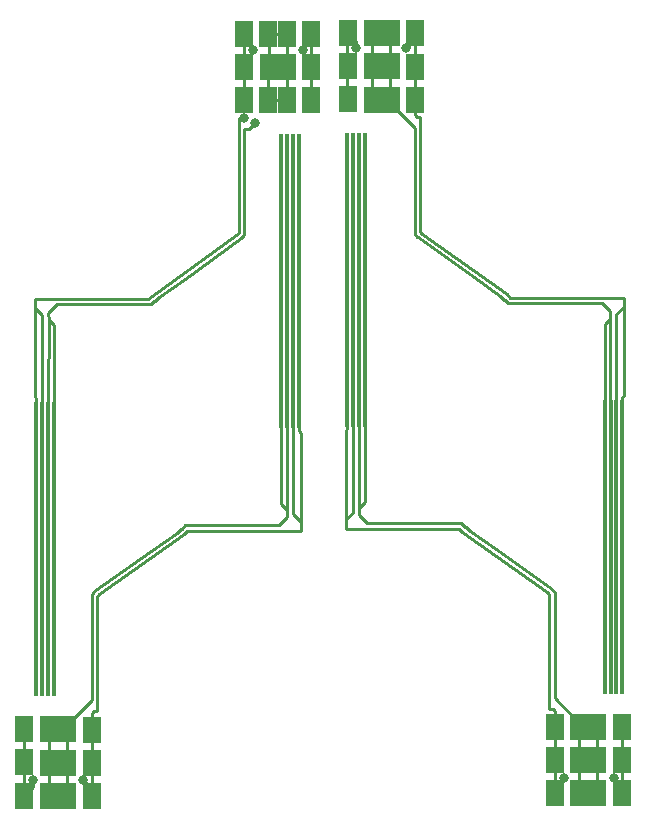
<source format=gbr>
G04 #@! TF.GenerationSoftware,KiCad,Pcbnew,(5.1.5)-3*
G04 #@! TF.CreationDate,2021-03-18T13:29:50-04:00*
G04 #@! TF.ProjectId,LED_Harness_3x2_RED+BLUE,4c45445f-4861-4726-9e65-73735f337832,rev?*
G04 #@! TF.SameCoordinates,Original*
G04 #@! TF.FileFunction,Copper,L1,Top*
G04 #@! TF.FilePolarity,Positive*
%FSLAX46Y46*%
G04 Gerber Fmt 4.6, Leading zero omitted, Abs format (unit mm)*
G04 Created by KiCad (PCBNEW (5.1.5)-3) date 2021-03-18 13:29:50*
%MOMM*%
%LPD*%
G04 APERTURE LIST*
%ADD10R,1.500000X2.250000*%
%ADD11R,0.300000X25.000000*%
%ADD12C,0.800000*%
%ADD13C,0.250000*%
G04 APERTURE END LIST*
D10*
X163014660Y-123705620D03*
X160916620Y-123690380D03*
X157294580Y-120869710D03*
X159392620Y-120884950D03*
X159387540Y-118074440D03*
X157289500Y-118059200D03*
X159387540Y-123692920D03*
X157289500Y-123677680D03*
X160919160Y-120883680D03*
X163017200Y-120898920D03*
X163012120Y-118087140D03*
X160914080Y-118071900D03*
D11*
X141237400Y-80247200D03*
X140737400Y-80247200D03*
X140237400Y-80247200D03*
X139737400Y-80247200D03*
X163030600Y-102878600D03*
X162530600Y-102878600D03*
X162030600Y-102878600D03*
X161530600Y-102878600D03*
D10*
X143413480Y-59347100D03*
X145511520Y-59362340D03*
X141892020Y-62160150D03*
X139793980Y-62144910D03*
X139788900Y-64952880D03*
X141886940Y-64968120D03*
X139788900Y-59334400D03*
X141886940Y-59349640D03*
X145516600Y-62174120D03*
X143418560Y-62158880D03*
X143416020Y-64965580D03*
X145514060Y-64980820D03*
X114498120Y-123913900D03*
X112400080Y-123898660D03*
X116019580Y-121100850D03*
X118117620Y-121116090D03*
X118122700Y-118308120D03*
X116024660Y-118292880D03*
X118122700Y-123926600D03*
X116024660Y-123911360D03*
D11*
X134170800Y-80289400D03*
X134670800Y-80289400D03*
X135170800Y-80289400D03*
X135670800Y-80289400D03*
D10*
X112395000Y-121086880D03*
X114493040Y-121102120D03*
X114495580Y-118295420D03*
X112397540Y-118280180D03*
D11*
X113427000Y-103022400D03*
X113927000Y-103022400D03*
X114427000Y-103022400D03*
X114927000Y-103022400D03*
D10*
X133073140Y-65018920D03*
X130975100Y-65003680D03*
X130980180Y-62195710D03*
X133078220Y-62210950D03*
X133073140Y-59400440D03*
X130975100Y-59385200D03*
X136700260Y-65031620D03*
X134602220Y-65016380D03*
X134604760Y-62209680D03*
X136702800Y-62224920D03*
X136697720Y-59413140D03*
X134599680Y-59397900D03*
D12*
X158072050Y-122408002D03*
X162306000Y-122402600D03*
X131953000Y-66929000D03*
X133078220Y-62210950D03*
X140462000Y-60629800D03*
X144695950Y-60624398D03*
X131757650Y-60725998D03*
X135991600Y-60731400D03*
X117340150Y-122585802D03*
X113106200Y-122580400D03*
X131024521Y-66557609D03*
X130980180Y-62195710D03*
D13*
X139741400Y-92861600D02*
X139623800Y-92979200D01*
X139623800Y-101269800D02*
X139609608Y-101283992D01*
X139663392Y-101283992D02*
X139674085Y-101294685D01*
X157082856Y-106459179D02*
X157075790Y-106417192D01*
X141853920Y-59296300D02*
X143377920Y-59296300D01*
X143377920Y-59296300D02*
X143380460Y-59298840D01*
X143374110Y-62108080D02*
X143375380Y-62109350D01*
X141848840Y-64912240D02*
X141851380Y-64914780D01*
X143380460Y-64917320D02*
X143380460Y-62114430D01*
X141848840Y-62108080D02*
X141848840Y-62696806D01*
X141848840Y-62108080D02*
X143374110Y-62108080D01*
X143375380Y-62109350D02*
X143375380Y-59303920D01*
X141848840Y-62108080D02*
X141848840Y-64912240D01*
X141851380Y-64914780D02*
X143377920Y-64914780D01*
X141853920Y-59296300D02*
X141853920Y-62103000D01*
X143380460Y-62114430D02*
X143375380Y-62109350D01*
X143377920Y-64914780D02*
X143380460Y-64917320D01*
X143375380Y-59303920D02*
X143380460Y-59298840D01*
X141853920Y-62103000D02*
X141848840Y-62108080D01*
X161526600Y-102920800D02*
X161526600Y-83989800D01*
X145685144Y-76573221D02*
X145692210Y-76615208D01*
X152997366Y-81915000D02*
X153090602Y-81915000D01*
X143380460Y-64917320D02*
X143380460Y-65292320D01*
X162026600Y-90170800D02*
X162026600Y-102920800D01*
X145468381Y-76356458D02*
X145685144Y-76573221D01*
X162001200Y-83515200D02*
X162026600Y-90170800D01*
X143380460Y-65292320D02*
X145468380Y-67380240D01*
X153363327Y-82187725D02*
X161319725Y-82187725D01*
X153090602Y-81915000D02*
X153363327Y-82187725D01*
X152653186Y-81570820D02*
X152997366Y-81915000D01*
X145692210Y-76615208D02*
X150471481Y-80017635D01*
X161526600Y-83989800D02*
X162001200Y-83515200D01*
X150471481Y-80017635D02*
X152653186Y-81570820D01*
X162026600Y-82894600D02*
X162001200Y-83515200D01*
X145468380Y-67380240D02*
X145468381Y-76356458D01*
X161319725Y-82187725D02*
X162026600Y-82894600D01*
X162306000Y-122402600D02*
X162306000Y-123014740D01*
X162306000Y-123014740D02*
X163012120Y-123720860D01*
X149499555Y-101575967D02*
X156662954Y-106675687D01*
X139674085Y-101294685D02*
X149218273Y-101294685D01*
X139741400Y-80111600D02*
X139741400Y-92861600D01*
X157294580Y-120938290D02*
X157294580Y-123743720D01*
X156849610Y-116586000D02*
X157120180Y-116586000D01*
X162300598Y-122408002D02*
X162306000Y-122402600D01*
X157289500Y-118130320D02*
X157289500Y-120933210D01*
X139609608Y-101283992D02*
X139663392Y-101283992D01*
X163012120Y-120914160D02*
X163017200Y-120909080D01*
X157289500Y-120933210D02*
X157294580Y-120938290D01*
X149218273Y-101294685D02*
X149499555Y-101575967D01*
X157289500Y-123190552D02*
X158072050Y-122408002D01*
X157294580Y-123743720D02*
X157289500Y-123748800D01*
X163012120Y-123720860D02*
X163012120Y-123327484D01*
X157289500Y-116755320D02*
X157289500Y-118130320D01*
X156849610Y-106862343D02*
X156849610Y-116586000D01*
X139623800Y-92979200D02*
X139623800Y-101269800D01*
X140241400Y-80111600D02*
X140241400Y-99901408D01*
X163014660Y-118102380D02*
X163014660Y-120906540D01*
X163014660Y-120906540D02*
X163017200Y-120909080D01*
X163012120Y-123720860D02*
X163012120Y-120914160D01*
X157289500Y-123748800D02*
X157289500Y-123190552D01*
X157120180Y-116586000D02*
X157289500Y-116755320D01*
X140241400Y-99901408D02*
X139609608Y-100533200D01*
X156662954Y-106675687D02*
X156849610Y-106862343D01*
X133075680Y-59397900D02*
X133073140Y-59400440D01*
X134599680Y-59397900D02*
X133075680Y-59397900D01*
X133079490Y-62209680D02*
X133078220Y-62210950D01*
X134604760Y-62209680D02*
X133079490Y-62209680D01*
X133075680Y-65016380D02*
X133073140Y-65018920D01*
X134602220Y-65016380D02*
X133075680Y-65016380D01*
X133073140Y-62216030D02*
X133078220Y-62210950D01*
X133073140Y-65018920D02*
X133073140Y-62216030D01*
X133078220Y-59405520D02*
X133073140Y-59400440D01*
X133078220Y-62210950D02*
X133078220Y-59405520D01*
X134599680Y-62204600D02*
X134604760Y-62209680D01*
X134599680Y-59397900D02*
X134599680Y-62204600D01*
X134604760Y-65013840D02*
X134602220Y-65016380D01*
X134604760Y-62209680D02*
X134604760Y-65013840D01*
X134604760Y-62209680D02*
X134604760Y-62798406D01*
X114427000Y-90272400D02*
X114427000Y-103022400D01*
X115133875Y-82289325D02*
X114427000Y-82996200D01*
X130768456Y-76674821D02*
X130761390Y-76716808D01*
X130985219Y-76458058D02*
X130768456Y-76674821D01*
X130761390Y-76716808D02*
X125982119Y-80119235D01*
X130985220Y-67481840D02*
X130985219Y-76458058D01*
X123456234Y-82016600D02*
X123362998Y-82016600D01*
X125982119Y-80119235D02*
X123800414Y-81672420D01*
X123800414Y-81672420D02*
X123456234Y-82016600D01*
X123090273Y-82289325D02*
X115133875Y-82289325D01*
X133073140Y-65018920D02*
X133073140Y-65393920D01*
X123362998Y-82016600D02*
X123090273Y-82289325D01*
X114927000Y-84091400D02*
X114452400Y-83616800D01*
X114927000Y-103022400D02*
X114927000Y-84091400D01*
X114427000Y-82996200D02*
X114452400Y-83616800D01*
X114452400Y-83616800D02*
X114427000Y-90272400D01*
X114493040Y-118297960D02*
X114495580Y-118295420D01*
X114498120Y-121107200D02*
X114493040Y-121102120D01*
X134170800Y-99220400D02*
X134645400Y-99695000D01*
X118336410Y-106594992D02*
X123115681Y-103192565D01*
X114498120Y-123913900D02*
X116022120Y-123913900D01*
X116024660Y-121095770D02*
X116019580Y-121100850D01*
X116019580Y-123906280D02*
X116024660Y-123911360D01*
X114493040Y-121102120D02*
X114493040Y-120513394D01*
X114493040Y-121102120D02*
X116018310Y-121102120D01*
X116024660Y-118292880D02*
X116024660Y-121095770D01*
X116022120Y-118295420D02*
X116024660Y-118292880D01*
X134670800Y-93039400D02*
X134670800Y-80289400D01*
X118112580Y-115829960D02*
X118112581Y-106853742D01*
X118112581Y-106853742D02*
X118329344Y-106636979D01*
X116022120Y-123913900D02*
X116024660Y-123911360D01*
X123115681Y-103192565D02*
X125297386Y-101639380D01*
X114493040Y-121102120D02*
X114493040Y-118297960D01*
X116018310Y-121102120D02*
X116019580Y-121100850D01*
X114498120Y-123913900D02*
X114498120Y-121107200D01*
X125297386Y-101639380D02*
X125641566Y-101295200D01*
X116019580Y-121100850D02*
X116019580Y-123906280D01*
X133963925Y-101022475D02*
X134670800Y-100315600D01*
X126007527Y-101022475D02*
X133963925Y-101022475D01*
X118329344Y-106636979D02*
X118336410Y-106594992D01*
X125734802Y-101295200D02*
X126007527Y-101022475D01*
X134170800Y-80289400D02*
X134170800Y-99220400D01*
X134670800Y-100315600D02*
X134645400Y-99695000D01*
X116024660Y-117917880D02*
X118112580Y-115829960D01*
X114495580Y-118295420D02*
X116022120Y-118295420D01*
X134645400Y-99695000D02*
X134670800Y-93039400D01*
X125641566Y-101295200D02*
X125734802Y-101295200D01*
X116024660Y-118292880D02*
X116024660Y-117917880D01*
X130985220Y-67481840D02*
X131400160Y-67481840D01*
X131400160Y-67481840D02*
X131953000Y-66929000D01*
X145473420Y-62094110D02*
X145473420Y-59288680D01*
X139753340Y-64930020D02*
X139753340Y-62125860D01*
X139755880Y-59311540D02*
X139755880Y-59704916D01*
X145478500Y-64902080D02*
X145478500Y-62099190D01*
X139755880Y-62118240D02*
X139750800Y-62123320D01*
X139753340Y-62125860D02*
X139750800Y-62123320D01*
X145473420Y-59288680D02*
X145478500Y-59283600D01*
X139755880Y-59311540D02*
X139755880Y-62118240D01*
X145478500Y-62099190D02*
X145473420Y-62094110D01*
X145478500Y-59283600D02*
X145478500Y-59841848D01*
X145918390Y-66446400D02*
X145647820Y-66446400D01*
X163144200Y-90053200D02*
X163144200Y-81762600D01*
X163026600Y-90170800D02*
X163144200Y-90053200D01*
X163158392Y-81748408D02*
X163104608Y-81748408D01*
X145478500Y-66277080D02*
X145478500Y-64902080D01*
X145647820Y-66446400D02*
X145478500Y-66277080D01*
X163144200Y-81762600D02*
X163158392Y-81748408D01*
X153549727Y-81737715D02*
X153268445Y-81456433D01*
X140467402Y-60624398D02*
X140462000Y-60629800D01*
X145478500Y-59841848D02*
X144695950Y-60624398D01*
X140462000Y-60629800D02*
X140462000Y-60017660D01*
X140462000Y-60017660D02*
X139755880Y-59311540D01*
X145918390Y-76170057D02*
X145918390Y-66446400D01*
X153268445Y-81456433D02*
X146105046Y-76356713D01*
X163104608Y-81748408D02*
X163093915Y-81737715D01*
X162526600Y-102920800D02*
X162526600Y-83130992D01*
X163093915Y-81737715D02*
X153549727Y-81737715D01*
X163026600Y-102920800D02*
X163026600Y-90170800D01*
X162526600Y-83130992D02*
X163158392Y-82499200D01*
X146105046Y-76356713D02*
X145918390Y-76170057D01*
X159390080Y-123736100D02*
X159387540Y-123733560D01*
X159393890Y-120924320D02*
X159392620Y-120923050D01*
X160914080Y-123736100D02*
X159390080Y-123736100D01*
X140741400Y-92861600D02*
X140741400Y-80111600D01*
X141241400Y-99042600D02*
X140766800Y-99517200D01*
X157299620Y-115652160D02*
X157299619Y-106675942D01*
X149677398Y-101117400D02*
X149404673Y-100844675D01*
X160919160Y-120924320D02*
X159393890Y-120924320D01*
X159387540Y-120917970D02*
X159392620Y-120923050D01*
X159392620Y-123728480D02*
X159387540Y-123733560D01*
X149770634Y-101117400D02*
X149677398Y-101117400D01*
X159387540Y-118115080D02*
X159387540Y-117740080D01*
X140766800Y-99517200D02*
X140741400Y-92861600D01*
X160919160Y-118120160D02*
X160916620Y-118117620D01*
X149404673Y-100844675D02*
X141448275Y-100844675D01*
X160919160Y-120924320D02*
X160919160Y-118120160D01*
X152296519Y-103014765D02*
X150114814Y-101461580D01*
X159387540Y-118115080D02*
X159387540Y-120917970D01*
X160916620Y-118117620D02*
X159390080Y-118117620D01*
X157299619Y-106675942D02*
X157082856Y-106459179D01*
X141448275Y-100844675D02*
X140741400Y-100137800D01*
X160914080Y-120929400D02*
X160919160Y-120924320D01*
X159390080Y-118117620D02*
X159387540Y-118115080D01*
X141241400Y-80111600D02*
X141241400Y-99042600D01*
X159392620Y-120923050D02*
X159392620Y-123728480D01*
X160919160Y-120924320D02*
X160919160Y-120335594D01*
X157075790Y-106417192D02*
X152296519Y-103014765D01*
X140741400Y-100137800D02*
X140766800Y-99517200D01*
X160914080Y-123736100D02*
X160914080Y-120929400D01*
X159387540Y-117740080D02*
X157299620Y-115652160D01*
X150114814Y-101461580D02*
X149770634Y-101117400D01*
X130975100Y-62200790D02*
X130980180Y-62195710D01*
X130975100Y-65003680D02*
X130975100Y-62200790D01*
X130980180Y-59390280D02*
X130975100Y-59385200D01*
X130980180Y-62195710D02*
X130980180Y-59390280D01*
X136700260Y-62227460D02*
X136702800Y-62224920D01*
X136700260Y-65031620D02*
X136700260Y-62227460D01*
X136697720Y-62219840D02*
X136702800Y-62224920D01*
X136697720Y-59413140D02*
X136697720Y-62219840D01*
X136697720Y-59413140D02*
X136697720Y-59806516D01*
X130975100Y-59385200D02*
X130975100Y-59943448D01*
X130975100Y-59943448D02*
X131757650Y-60725998D01*
X135991600Y-60119260D02*
X136697720Y-59413140D01*
X135991600Y-60731400D02*
X135991600Y-60119260D01*
X113309400Y-90154800D02*
X113309400Y-81864200D01*
X113295208Y-81850008D02*
X113348992Y-81850008D01*
X113427000Y-90272400D02*
X113309400Y-90154800D01*
X113309400Y-81864200D02*
X113295208Y-81850008D01*
X122903873Y-81839315D02*
X123185155Y-81558033D01*
X113427000Y-103022400D02*
X113427000Y-90272400D01*
X113348992Y-81850008D02*
X113359685Y-81839315D01*
X130348554Y-76458313D02*
X130535210Y-76271657D01*
X113359685Y-81839315D02*
X122903873Y-81839315D01*
X123185155Y-81558033D02*
X130348554Y-76458313D01*
X130535210Y-76271657D02*
X130535210Y-66548000D01*
X113927000Y-83232592D02*
X113295208Y-82600800D01*
X113927000Y-103022400D02*
X113927000Y-83232592D01*
X118122700Y-118308120D02*
X118122700Y-121111010D01*
X118117620Y-123921520D02*
X118122700Y-123926600D01*
X118117620Y-121116090D02*
X118117620Y-123921520D01*
X118122700Y-121111010D02*
X118117620Y-121116090D01*
X118749246Y-106853487D02*
X118562590Y-107040143D01*
X135738115Y-101472485D02*
X126193927Y-101472485D01*
X112400080Y-123898660D02*
X112400080Y-121091960D01*
X112397540Y-121084340D02*
X112395000Y-121086880D01*
X112400080Y-121091960D02*
X112395000Y-121086880D01*
X118562590Y-107040143D02*
X118562590Y-116763800D01*
X118292020Y-116763800D02*
X118122700Y-116933120D01*
X118122700Y-123926600D02*
X118122700Y-123368352D01*
X113106200Y-123192540D02*
X112400080Y-123898660D01*
X135670800Y-93039400D02*
X135788400Y-93157000D01*
X118122700Y-116933120D02*
X118122700Y-118308120D01*
X125912645Y-101753767D02*
X118749246Y-106853487D01*
X118562590Y-116763800D02*
X118292020Y-116763800D01*
X118122700Y-123368352D02*
X117340150Y-122585802D01*
X135170800Y-80289400D02*
X135170800Y-100079208D01*
X126193927Y-101472485D02*
X125912645Y-101753767D01*
X113106200Y-122580400D02*
X113106200Y-123192540D01*
X135748808Y-101461792D02*
X135738115Y-101472485D01*
X135788400Y-93157000D02*
X135788400Y-101447600D01*
X135670800Y-80289400D02*
X135670800Y-93039400D01*
X135170800Y-100079208D02*
X135802592Y-100711000D01*
X112397540Y-118280180D02*
X112397540Y-121084340D01*
X135802592Y-101461792D02*
X135748808Y-101461792D01*
X112400080Y-123898660D02*
X112400080Y-123505284D01*
X135788400Y-101447600D02*
X135802592Y-101461792D01*
X130535210Y-66548000D02*
X131014912Y-66548000D01*
X131014912Y-66548000D02*
X131024521Y-66557609D01*
M02*

</source>
